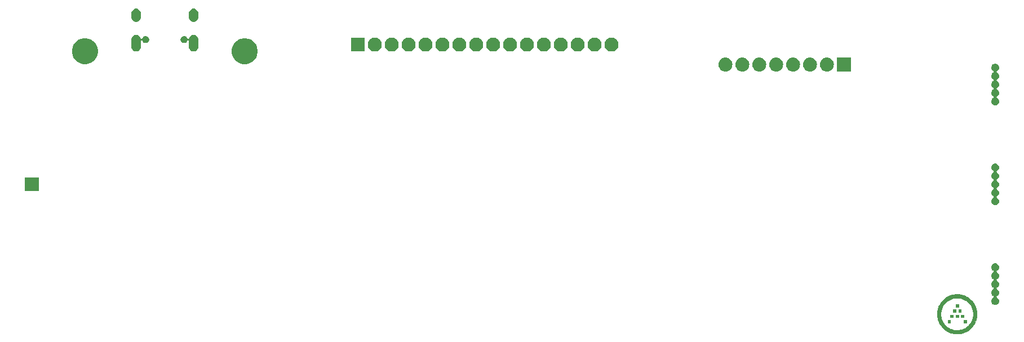
<source format=gbs>
G04 #@! TF.GenerationSoftware,KiCad,Pcbnew,(5.0.2)-1*
G04 #@! TF.CreationDate,2019-03-13T04:20:17-07:00*
G04 #@! TF.ProjectId,ssk-controller,73736b2d-636f-46e7-9472-6f6c6c65722e,rev?*
G04 #@! TF.SameCoordinates,Original*
G04 #@! TF.FileFunction,Soldermask,Bot*
G04 #@! TF.FilePolarity,Negative*
%FSLAX46Y46*%
G04 Gerber Fmt 4.6, Leading zero omitted, Abs format (unit mm)*
G04 Created by KiCad (PCBNEW (5.0.2)-1) date 3/13/2019 4:20:17 AM*
%MOMM*%
%LPD*%
G01*
G04 APERTURE LIST*
%ADD10C,0.010000*%
%ADD11C,0.100000*%
G04 APERTURE END LIST*
D10*
G04 #@! TO.C,G\002A\002A\002A*
G36*
X233809500Y-93420500D02*
X234214312Y-93420500D01*
X234214312Y-93015688D01*
X233809500Y-93015688D01*
X233809500Y-93420500D01*
X233809500Y-93420500D01*
G37*
X233809500Y-93420500D02*
X234214312Y-93420500D01*
X234214312Y-93015688D01*
X233809500Y-93015688D01*
X233809500Y-93420500D01*
G36*
X233404687Y-94206313D02*
X233809500Y-94206313D01*
X233809500Y-93825313D01*
X233404687Y-93825313D01*
X233404687Y-94206313D01*
X233404687Y-94206313D01*
G37*
X233404687Y-94206313D02*
X233809500Y-94206313D01*
X233809500Y-93825313D01*
X233404687Y-93825313D01*
X233404687Y-94206313D01*
G36*
X234214312Y-94206313D02*
X234595312Y-94206313D01*
X234595312Y-93825313D01*
X234214312Y-93825313D01*
X234214312Y-94206313D01*
X234214312Y-94206313D01*
G37*
X234214312Y-94206313D02*
X234595312Y-94206313D01*
X234595312Y-93825313D01*
X234214312Y-93825313D01*
X234214312Y-94206313D01*
G36*
X233023687Y-95015938D02*
X233404687Y-95015938D01*
X233404687Y-94611125D01*
X233023687Y-94611125D01*
X233023687Y-95015938D01*
X233023687Y-95015938D01*
G37*
X233023687Y-95015938D02*
X233404687Y-95015938D01*
X233404687Y-94611125D01*
X233023687Y-94611125D01*
X233023687Y-95015938D01*
G36*
X233809500Y-95015938D02*
X234214312Y-95015938D01*
X234214312Y-94611125D01*
X233809500Y-94611125D01*
X233809500Y-95015938D01*
X233809500Y-95015938D01*
G37*
X233809500Y-95015938D02*
X234214312Y-95015938D01*
X234214312Y-94611125D01*
X233809500Y-94611125D01*
X233809500Y-95015938D01*
G36*
X234595312Y-95015938D02*
X235000125Y-95015938D01*
X235000125Y-94611125D01*
X234595312Y-94611125D01*
X234595312Y-95015938D01*
X234595312Y-95015938D01*
G37*
X234595312Y-95015938D02*
X235000125Y-95015938D01*
X235000125Y-94611125D01*
X234595312Y-94611125D01*
X234595312Y-95015938D01*
G36*
X232618875Y-95801750D02*
X233023687Y-95801750D01*
X233023687Y-95396938D01*
X232618875Y-95396938D01*
X232618875Y-95801750D01*
X232618875Y-95801750D01*
G37*
X232618875Y-95801750D02*
X233023687Y-95801750D01*
X233023687Y-95396938D01*
X232618875Y-95396938D01*
X232618875Y-95801750D01*
G36*
X235000125Y-95801750D02*
X235404937Y-95801750D01*
X235404937Y-95396938D01*
X235000125Y-95396938D01*
X235000125Y-95801750D01*
X235000125Y-95801750D01*
G37*
X235000125Y-95801750D02*
X235404937Y-95801750D01*
X235404937Y-95396938D01*
X235000125Y-95396938D01*
X235000125Y-95801750D01*
G36*
X233996031Y-91528045D02*
X233871913Y-91529415D01*
X233760201Y-91533572D01*
X233657608Y-91540919D01*
X233560844Y-91551860D01*
X233466622Y-91566798D01*
X233371653Y-91586137D01*
X233272649Y-91610281D01*
X233227370Y-91622418D01*
X233018823Y-91687656D01*
X232816735Y-91766992D01*
X232621872Y-91860028D01*
X232435001Y-91966368D01*
X232256886Y-92085616D01*
X232104740Y-92203617D01*
X231947072Y-92344342D01*
X231799735Y-92495787D01*
X231663414Y-92656885D01*
X231538792Y-92826567D01*
X231426553Y-93003766D01*
X231327380Y-93187416D01*
X231241958Y-93376447D01*
X231170970Y-93569793D01*
X231122216Y-93737803D01*
X231089145Y-93877789D01*
X231063785Y-94009725D01*
X231045393Y-94138997D01*
X231033225Y-94270993D01*
X231026539Y-94411100D01*
X231025886Y-94436500D01*
X231028605Y-94654797D01*
X231046800Y-94869580D01*
X231080465Y-95080821D01*
X231129594Y-95288489D01*
X231194181Y-95492555D01*
X231258378Y-95656487D01*
X231286461Y-95721752D01*
X231310523Y-95775910D01*
X231332392Y-95822613D01*
X231353893Y-95865513D01*
X231376854Y-95908263D01*
X231403100Y-95954515D01*
X231432225Y-96004156D01*
X231551444Y-96190427D01*
X231681548Y-96365153D01*
X231822671Y-96528465D01*
X231974945Y-96680496D01*
X232138503Y-96821380D01*
X232313476Y-96951248D01*
X232495844Y-97067775D01*
X232548673Y-97098744D01*
X232594586Y-97124721D01*
X232637235Y-97147531D01*
X232680272Y-97169001D01*
X232727349Y-97190957D01*
X232782119Y-97215225D01*
X232843513Y-97241622D01*
X232939746Y-97281169D01*
X233028464Y-97314208D01*
X233115578Y-97342695D01*
X233207002Y-97368589D01*
X233289594Y-97389322D01*
X233454110Y-97424876D01*
X233611205Y-97450553D01*
X233765433Y-97466893D01*
X233921351Y-97474436D01*
X234011906Y-97475013D01*
X234063125Y-97474498D01*
X234111246Y-97473793D01*
X234153126Y-97472960D01*
X234185622Y-97472063D01*
X234205590Y-97471165D01*
X234206375Y-97471109D01*
X234422549Y-97447157D01*
X234635306Y-97408170D01*
X234843787Y-97354467D01*
X235047132Y-97286363D01*
X235244484Y-97204176D01*
X235434982Y-97108225D01*
X235617768Y-96998826D01*
X235768724Y-96893796D01*
X235941651Y-96755449D01*
X236102335Y-96607088D01*
X236250549Y-96449039D01*
X236386071Y-96281632D01*
X236508676Y-96105194D01*
X236618139Y-95920052D01*
X236714237Y-95726535D01*
X236796744Y-95524971D01*
X236865437Y-95315688D01*
X236877582Y-95272630D01*
X236903948Y-95170835D01*
X236925333Y-95074511D01*
X236942141Y-94980367D01*
X236954775Y-94885117D01*
X236963640Y-94785470D01*
X236969138Y-94678140D01*
X236971674Y-94559836D01*
X236971955Y-94503969D01*
X236971280Y-94448608D01*
X236439206Y-94448608D01*
X236439103Y-94528746D01*
X236437437Y-94608410D01*
X236434241Y-94683537D01*
X236429544Y-94750060D01*
X236425824Y-94785750D01*
X236393950Y-94983048D01*
X236347299Y-95174663D01*
X236286049Y-95360222D01*
X236210381Y-95539349D01*
X236120473Y-95711669D01*
X236016506Y-95876809D01*
X235898659Y-96034393D01*
X235767112Y-96184047D01*
X235744776Y-96207260D01*
X235610542Y-96334334D01*
X235464840Y-96452270D01*
X235310369Y-96559090D01*
X235149831Y-96652816D01*
X235104042Y-96676504D01*
X235029634Y-96713153D01*
X234964393Y-96743372D01*
X234903896Y-96768940D01*
X234843722Y-96791634D01*
X234779449Y-96813233D01*
X234714375Y-96833227D01*
X234525162Y-96882640D01*
X234339411Y-96917091D01*
X234155673Y-96936714D01*
X233972497Y-96941642D01*
X233788436Y-96932011D01*
X233721894Y-96925031D01*
X233534562Y-96896087D01*
X233354981Y-96854278D01*
X233180643Y-96798854D01*
X233009041Y-96729064D01*
X232912084Y-96682866D01*
X232741452Y-96589447D01*
X232582036Y-96485712D01*
X232433078Y-96370974D01*
X232293821Y-96244550D01*
X232163506Y-96105754D01*
X232041376Y-95953903D01*
X231933108Y-95798259D01*
X231907982Y-95757068D01*
X231878659Y-95704940D01*
X231846959Y-95645496D01*
X231814701Y-95582356D01*
X231783707Y-95519140D01*
X231755794Y-95459467D01*
X231732785Y-95406957D01*
X231719347Y-95373125D01*
X231656480Y-95181584D01*
X231609084Y-94988845D01*
X231577200Y-94795450D01*
X231560870Y-94601940D01*
X231560132Y-94408857D01*
X231575028Y-94216742D01*
X231605598Y-94026136D01*
X231615401Y-93980094D01*
X231649050Y-93843801D01*
X231687358Y-93717618D01*
X231732296Y-93596007D01*
X231785837Y-93473432D01*
X231823496Y-93395958D01*
X231917201Y-93227110D01*
X232024026Y-93066673D01*
X232143202Y-92915368D01*
X232273963Y-92773914D01*
X232415540Y-92643031D01*
X232567166Y-92523440D01*
X232728073Y-92415860D01*
X232897493Y-92321011D01*
X233041675Y-92253480D01*
X233213303Y-92187085D01*
X233385857Y-92135087D01*
X233561344Y-92097078D01*
X233741774Y-92072651D01*
X233929155Y-92061397D01*
X233992062Y-92060507D01*
X234190157Y-92066877D01*
X234381785Y-92087522D01*
X234567719Y-92122673D01*
X234748735Y-92172567D01*
X234925606Y-92237435D01*
X235099106Y-92317513D01*
X235270009Y-92413035D01*
X235370706Y-92477244D01*
X235510139Y-92578772D01*
X235644337Y-92693278D01*
X235771659Y-92818839D01*
X235890465Y-92953531D01*
X235999114Y-93095431D01*
X236095965Y-93242615D01*
X236179378Y-93393161D01*
X236214174Y-93466080D01*
X236275577Y-93610939D01*
X236325808Y-93750178D01*
X236366065Y-93888126D01*
X236397544Y-94029114D01*
X236421444Y-94177471D01*
X236429845Y-94246000D01*
X236434608Y-94303170D01*
X236437718Y-94372061D01*
X236439206Y-94448608D01*
X236971280Y-94448608D01*
X236970210Y-94360973D01*
X236964336Y-94230106D01*
X236953762Y-94108025D01*
X236937915Y-93991385D01*
X236916223Y-93876844D01*
X236888113Y-93761059D01*
X236853014Y-93640687D01*
X236810353Y-93512384D01*
X236794659Y-93468125D01*
X236716274Y-93273406D01*
X236623434Y-93085072D01*
X236516328Y-92903385D01*
X236395148Y-92728608D01*
X236260083Y-92561003D01*
X236111326Y-92400833D01*
X235949067Y-92248360D01*
X235842229Y-92158179D01*
X235756400Y-92092686D01*
X235658861Y-92025360D01*
X235553252Y-91958412D01*
X235443214Y-91894055D01*
X235332387Y-91834500D01*
X235224411Y-91781958D01*
X235218406Y-91779215D01*
X235148446Y-91749342D01*
X235067265Y-91717956D01*
X234979233Y-91686536D01*
X234888721Y-91656562D01*
X234800099Y-91629511D01*
X234717736Y-91606864D01*
X234685850Y-91598971D01*
X234592625Y-91578203D01*
X234503651Y-91561543D01*
X234415647Y-91548652D01*
X234325331Y-91539195D01*
X234229422Y-91532832D01*
X234124640Y-91529228D01*
X234007705Y-91528044D01*
X233996031Y-91528045D01*
X233996031Y-91528045D01*
G37*
X233996031Y-91528045D02*
X233871913Y-91529415D01*
X233760201Y-91533572D01*
X233657608Y-91540919D01*
X233560844Y-91551860D01*
X233466622Y-91566798D01*
X233371653Y-91586137D01*
X233272649Y-91610281D01*
X233227370Y-91622418D01*
X233018823Y-91687656D01*
X232816735Y-91766992D01*
X232621872Y-91860028D01*
X232435001Y-91966368D01*
X232256886Y-92085616D01*
X232104740Y-92203617D01*
X231947072Y-92344342D01*
X231799735Y-92495787D01*
X231663414Y-92656885D01*
X231538792Y-92826567D01*
X231426553Y-93003766D01*
X231327380Y-93187416D01*
X231241958Y-93376447D01*
X231170970Y-93569793D01*
X231122216Y-93737803D01*
X231089145Y-93877789D01*
X231063785Y-94009725D01*
X231045393Y-94138997D01*
X231033225Y-94270993D01*
X231026539Y-94411100D01*
X231025886Y-94436500D01*
X231028605Y-94654797D01*
X231046800Y-94869580D01*
X231080465Y-95080821D01*
X231129594Y-95288489D01*
X231194181Y-95492555D01*
X231258378Y-95656487D01*
X231286461Y-95721752D01*
X231310523Y-95775910D01*
X231332392Y-95822613D01*
X231353893Y-95865513D01*
X231376854Y-95908263D01*
X231403100Y-95954515D01*
X231432225Y-96004156D01*
X231551444Y-96190427D01*
X231681548Y-96365153D01*
X231822671Y-96528465D01*
X231974945Y-96680496D01*
X232138503Y-96821380D01*
X232313476Y-96951248D01*
X232495844Y-97067775D01*
X232548673Y-97098744D01*
X232594586Y-97124721D01*
X232637235Y-97147531D01*
X232680272Y-97169001D01*
X232727349Y-97190957D01*
X232782119Y-97215225D01*
X232843513Y-97241622D01*
X232939746Y-97281169D01*
X233028464Y-97314208D01*
X233115578Y-97342695D01*
X233207002Y-97368589D01*
X233289594Y-97389322D01*
X233454110Y-97424876D01*
X233611205Y-97450553D01*
X233765433Y-97466893D01*
X233921351Y-97474436D01*
X234011906Y-97475013D01*
X234063125Y-97474498D01*
X234111246Y-97473793D01*
X234153126Y-97472960D01*
X234185622Y-97472063D01*
X234205590Y-97471165D01*
X234206375Y-97471109D01*
X234422549Y-97447157D01*
X234635306Y-97408170D01*
X234843787Y-97354467D01*
X235047132Y-97286363D01*
X235244484Y-97204176D01*
X235434982Y-97108225D01*
X235617768Y-96998826D01*
X235768724Y-96893796D01*
X235941651Y-96755449D01*
X236102335Y-96607088D01*
X236250549Y-96449039D01*
X236386071Y-96281632D01*
X236508676Y-96105194D01*
X236618139Y-95920052D01*
X236714237Y-95726535D01*
X236796744Y-95524971D01*
X236865437Y-95315688D01*
X236877582Y-95272630D01*
X236903948Y-95170835D01*
X236925333Y-95074511D01*
X236942141Y-94980367D01*
X236954775Y-94885117D01*
X236963640Y-94785470D01*
X236969138Y-94678140D01*
X236971674Y-94559836D01*
X236971955Y-94503969D01*
X236971280Y-94448608D01*
X236439206Y-94448608D01*
X236439103Y-94528746D01*
X236437437Y-94608410D01*
X236434241Y-94683537D01*
X236429544Y-94750060D01*
X236425824Y-94785750D01*
X236393950Y-94983048D01*
X236347299Y-95174663D01*
X236286049Y-95360222D01*
X236210381Y-95539349D01*
X236120473Y-95711669D01*
X236016506Y-95876809D01*
X235898659Y-96034393D01*
X235767112Y-96184047D01*
X235744776Y-96207260D01*
X235610542Y-96334334D01*
X235464840Y-96452270D01*
X235310369Y-96559090D01*
X235149831Y-96652816D01*
X235104042Y-96676504D01*
X235029634Y-96713153D01*
X234964393Y-96743372D01*
X234903896Y-96768940D01*
X234843722Y-96791634D01*
X234779449Y-96813233D01*
X234714375Y-96833227D01*
X234525162Y-96882640D01*
X234339411Y-96917091D01*
X234155673Y-96936714D01*
X233972497Y-96941642D01*
X233788436Y-96932011D01*
X233721894Y-96925031D01*
X233534562Y-96896087D01*
X233354981Y-96854278D01*
X233180643Y-96798854D01*
X233009041Y-96729064D01*
X232912084Y-96682866D01*
X232741452Y-96589447D01*
X232582036Y-96485712D01*
X232433078Y-96370974D01*
X232293821Y-96244550D01*
X232163506Y-96105754D01*
X232041376Y-95953903D01*
X231933108Y-95798259D01*
X231907982Y-95757068D01*
X231878659Y-95704940D01*
X231846959Y-95645496D01*
X231814701Y-95582356D01*
X231783707Y-95519140D01*
X231755794Y-95459467D01*
X231732785Y-95406957D01*
X231719347Y-95373125D01*
X231656480Y-95181584D01*
X231609084Y-94988845D01*
X231577200Y-94795450D01*
X231560870Y-94601940D01*
X231560132Y-94408857D01*
X231575028Y-94216742D01*
X231605598Y-94026136D01*
X231615401Y-93980094D01*
X231649050Y-93843801D01*
X231687358Y-93717618D01*
X231732296Y-93596007D01*
X231785837Y-93473432D01*
X231823496Y-93395958D01*
X231917201Y-93227110D01*
X232024026Y-93066673D01*
X232143202Y-92915368D01*
X232273963Y-92773914D01*
X232415540Y-92643031D01*
X232567166Y-92523440D01*
X232728073Y-92415860D01*
X232897493Y-92321011D01*
X233041675Y-92253480D01*
X233213303Y-92187085D01*
X233385857Y-92135087D01*
X233561344Y-92097078D01*
X233741774Y-92072651D01*
X233929155Y-92061397D01*
X233992062Y-92060507D01*
X234190157Y-92066877D01*
X234381785Y-92087522D01*
X234567719Y-92122673D01*
X234748735Y-92172567D01*
X234925606Y-92237435D01*
X235099106Y-92317513D01*
X235270009Y-92413035D01*
X235370706Y-92477244D01*
X235510139Y-92578772D01*
X235644337Y-92693278D01*
X235771659Y-92818839D01*
X235890465Y-92953531D01*
X235999114Y-93095431D01*
X236095965Y-93242615D01*
X236179378Y-93393161D01*
X236214174Y-93466080D01*
X236275577Y-93610939D01*
X236325808Y-93750178D01*
X236366065Y-93888126D01*
X236397544Y-94029114D01*
X236421444Y-94177471D01*
X236429845Y-94246000D01*
X236434608Y-94303170D01*
X236437718Y-94372061D01*
X236439206Y-94448608D01*
X236971280Y-94448608D01*
X236970210Y-94360973D01*
X236964336Y-94230106D01*
X236953762Y-94108025D01*
X236937915Y-93991385D01*
X236916223Y-93876844D01*
X236888113Y-93761059D01*
X236853014Y-93640687D01*
X236810353Y-93512384D01*
X236794659Y-93468125D01*
X236716274Y-93273406D01*
X236623434Y-93085072D01*
X236516328Y-92903385D01*
X236395148Y-92728608D01*
X236260083Y-92561003D01*
X236111326Y-92400833D01*
X235949067Y-92248360D01*
X235842229Y-92158179D01*
X235756400Y-92092686D01*
X235658861Y-92025360D01*
X235553252Y-91958412D01*
X235443214Y-91894055D01*
X235332387Y-91834500D01*
X235224411Y-91781958D01*
X235218406Y-91779215D01*
X235148446Y-91749342D01*
X235067265Y-91717956D01*
X234979233Y-91686536D01*
X234888721Y-91656562D01*
X234800099Y-91629511D01*
X234717736Y-91606864D01*
X234685850Y-91598971D01*
X234592625Y-91578203D01*
X234503651Y-91561543D01*
X234415647Y-91548652D01*
X234325331Y-91539195D01*
X234229422Y-91532832D01*
X234124640Y-91529228D01*
X234007705Y-91528044D01*
X233996031Y-91528045D01*
D11*
G36*
X239919176Y-86889115D02*
X240027223Y-86933870D01*
X240124462Y-86998843D01*
X240207157Y-87081538D01*
X240272130Y-87178777D01*
X240316885Y-87286824D01*
X240339700Y-87401526D01*
X240339700Y-87518474D01*
X240316885Y-87633176D01*
X240272130Y-87741223D01*
X240207157Y-87838462D01*
X240124462Y-87921157D01*
X240027223Y-87986130D01*
X240027218Y-87986132D01*
X240019834Y-87991066D01*
X240000891Y-88006612D01*
X239985346Y-88025554D01*
X239973795Y-88047165D01*
X239966682Y-88070614D01*
X239964280Y-88095000D01*
X239966682Y-88119387D01*
X239973795Y-88142836D01*
X239985346Y-88164446D01*
X240000892Y-88183389D01*
X240019834Y-88198934D01*
X240027218Y-88203868D01*
X240027223Y-88203870D01*
X240124462Y-88268843D01*
X240207157Y-88351538D01*
X240272130Y-88448777D01*
X240316885Y-88556824D01*
X240339700Y-88671526D01*
X240339700Y-88788474D01*
X240316885Y-88903176D01*
X240272130Y-89011223D01*
X240207157Y-89108462D01*
X240124462Y-89191157D01*
X240027223Y-89256130D01*
X240027218Y-89256132D01*
X240019834Y-89261066D01*
X240000891Y-89276612D01*
X239985346Y-89295554D01*
X239973795Y-89317165D01*
X239966682Y-89340614D01*
X239964280Y-89365000D01*
X239966682Y-89389387D01*
X239973795Y-89412836D01*
X239985346Y-89434446D01*
X240000892Y-89453389D01*
X240019834Y-89468934D01*
X240027218Y-89473868D01*
X240027223Y-89473870D01*
X240124462Y-89538843D01*
X240207157Y-89621538D01*
X240272130Y-89718777D01*
X240316885Y-89826824D01*
X240339700Y-89941526D01*
X240339700Y-90058474D01*
X240316885Y-90173176D01*
X240272130Y-90281223D01*
X240207157Y-90378462D01*
X240124462Y-90461157D01*
X240027223Y-90526130D01*
X240027218Y-90526132D01*
X240019834Y-90531066D01*
X240000891Y-90546612D01*
X239985346Y-90565554D01*
X239973795Y-90587165D01*
X239966682Y-90610614D01*
X239964280Y-90635000D01*
X239966682Y-90659387D01*
X239973795Y-90682836D01*
X239985346Y-90704446D01*
X240000892Y-90723389D01*
X240019834Y-90738934D01*
X240027218Y-90743868D01*
X240027223Y-90743870D01*
X240124462Y-90808843D01*
X240207157Y-90891538D01*
X240272130Y-90988777D01*
X240316885Y-91096824D01*
X240339700Y-91211526D01*
X240339700Y-91328474D01*
X240316885Y-91443176D01*
X240272130Y-91551223D01*
X240207157Y-91648462D01*
X240124462Y-91731157D01*
X240027223Y-91796130D01*
X240027218Y-91796132D01*
X240019834Y-91801066D01*
X240000891Y-91816612D01*
X239985346Y-91835554D01*
X239973795Y-91857165D01*
X239966682Y-91880614D01*
X239964280Y-91905000D01*
X239966682Y-91929387D01*
X239973795Y-91952836D01*
X239985346Y-91974446D01*
X240000892Y-91993389D01*
X240019834Y-92008934D01*
X240027218Y-92013868D01*
X240027223Y-92013870D01*
X240124462Y-92078843D01*
X240207157Y-92161538D01*
X240272130Y-92258777D01*
X240316885Y-92366824D01*
X240339700Y-92481526D01*
X240339700Y-92598474D01*
X240316885Y-92713176D01*
X240272130Y-92821223D01*
X240207157Y-92918462D01*
X240124462Y-93001157D01*
X240027223Y-93066130D01*
X239919176Y-93110885D01*
X239804474Y-93133700D01*
X239687526Y-93133700D01*
X239572824Y-93110885D01*
X239464777Y-93066130D01*
X239367538Y-93001157D01*
X239284843Y-92918462D01*
X239219870Y-92821223D01*
X239175115Y-92713176D01*
X239152300Y-92598474D01*
X239152300Y-92481526D01*
X239175115Y-92366824D01*
X239219870Y-92258777D01*
X239284843Y-92161538D01*
X239367538Y-92078843D01*
X239464777Y-92013870D01*
X239464782Y-92013868D01*
X239472166Y-92008934D01*
X239491109Y-91993388D01*
X239506654Y-91974446D01*
X239518205Y-91952835D01*
X239525318Y-91929386D01*
X239527720Y-91905000D01*
X239525318Y-91880613D01*
X239518205Y-91857164D01*
X239506654Y-91835554D01*
X239491108Y-91816611D01*
X239472166Y-91801066D01*
X239464782Y-91796132D01*
X239464777Y-91796130D01*
X239367538Y-91731157D01*
X239284843Y-91648462D01*
X239219870Y-91551223D01*
X239175115Y-91443176D01*
X239152300Y-91328474D01*
X239152300Y-91211526D01*
X239175115Y-91096824D01*
X239219870Y-90988777D01*
X239284843Y-90891538D01*
X239367538Y-90808843D01*
X239464777Y-90743870D01*
X239464782Y-90743868D01*
X239472166Y-90738934D01*
X239491109Y-90723388D01*
X239506654Y-90704446D01*
X239518205Y-90682835D01*
X239525318Y-90659386D01*
X239527720Y-90635000D01*
X239525318Y-90610613D01*
X239518205Y-90587164D01*
X239506654Y-90565554D01*
X239491108Y-90546611D01*
X239472166Y-90531066D01*
X239464782Y-90526132D01*
X239464777Y-90526130D01*
X239367538Y-90461157D01*
X239284843Y-90378462D01*
X239219870Y-90281223D01*
X239175115Y-90173176D01*
X239152300Y-90058474D01*
X239152300Y-89941526D01*
X239175115Y-89826824D01*
X239219870Y-89718777D01*
X239284843Y-89621538D01*
X239367538Y-89538843D01*
X239464777Y-89473870D01*
X239464782Y-89473868D01*
X239472166Y-89468934D01*
X239491109Y-89453388D01*
X239506654Y-89434446D01*
X239518205Y-89412835D01*
X239525318Y-89389386D01*
X239527720Y-89365000D01*
X239525318Y-89340613D01*
X239518205Y-89317164D01*
X239506654Y-89295554D01*
X239491108Y-89276611D01*
X239472166Y-89261066D01*
X239464782Y-89256132D01*
X239464777Y-89256130D01*
X239367538Y-89191157D01*
X239284843Y-89108462D01*
X239219870Y-89011223D01*
X239175115Y-88903176D01*
X239152300Y-88788474D01*
X239152300Y-88671526D01*
X239175115Y-88556824D01*
X239219870Y-88448777D01*
X239284843Y-88351538D01*
X239367538Y-88268843D01*
X239464777Y-88203870D01*
X239464782Y-88203868D01*
X239472166Y-88198934D01*
X239491109Y-88183388D01*
X239506654Y-88164446D01*
X239518205Y-88142835D01*
X239525318Y-88119386D01*
X239527720Y-88095000D01*
X239525318Y-88070613D01*
X239518205Y-88047164D01*
X239506654Y-88025554D01*
X239491108Y-88006611D01*
X239472166Y-87991066D01*
X239464782Y-87986132D01*
X239464777Y-87986130D01*
X239367538Y-87921157D01*
X239284843Y-87838462D01*
X239219870Y-87741223D01*
X239175115Y-87633176D01*
X239152300Y-87518474D01*
X239152300Y-87401526D01*
X239175115Y-87286824D01*
X239219870Y-87178777D01*
X239284843Y-87081538D01*
X239367538Y-86998843D01*
X239464777Y-86933870D01*
X239572824Y-86889115D01*
X239687526Y-86866300D01*
X239804474Y-86866300D01*
X239919176Y-86889115D01*
X239919176Y-86889115D01*
G37*
G36*
X239919176Y-71889115D02*
X240027223Y-71933870D01*
X240124462Y-71998843D01*
X240207157Y-72081538D01*
X240272130Y-72178777D01*
X240316885Y-72286824D01*
X240339700Y-72401526D01*
X240339700Y-72518474D01*
X240316885Y-72633176D01*
X240272130Y-72741223D01*
X240207157Y-72838462D01*
X240124462Y-72921157D01*
X240027223Y-72986130D01*
X240027218Y-72986132D01*
X240019834Y-72991066D01*
X240000891Y-73006612D01*
X239985346Y-73025554D01*
X239973795Y-73047165D01*
X239966682Y-73070614D01*
X239964280Y-73095000D01*
X239966682Y-73119387D01*
X239973795Y-73142836D01*
X239985346Y-73164446D01*
X240000892Y-73183389D01*
X240019834Y-73198934D01*
X240027218Y-73203868D01*
X240027223Y-73203870D01*
X240124462Y-73268843D01*
X240207157Y-73351538D01*
X240272130Y-73448777D01*
X240316885Y-73556824D01*
X240339700Y-73671526D01*
X240339700Y-73788474D01*
X240316885Y-73903176D01*
X240272130Y-74011223D01*
X240207157Y-74108462D01*
X240124462Y-74191157D01*
X240027223Y-74256130D01*
X240027218Y-74256132D01*
X240019834Y-74261066D01*
X240000891Y-74276612D01*
X239985346Y-74295554D01*
X239973795Y-74317165D01*
X239966682Y-74340614D01*
X239964280Y-74365000D01*
X239966682Y-74389387D01*
X239973795Y-74412836D01*
X239985346Y-74434446D01*
X240000892Y-74453389D01*
X240019834Y-74468934D01*
X240027218Y-74473868D01*
X240027223Y-74473870D01*
X240124462Y-74538843D01*
X240207157Y-74621538D01*
X240272130Y-74718777D01*
X240316885Y-74826824D01*
X240339700Y-74941526D01*
X240339700Y-75058474D01*
X240316885Y-75173176D01*
X240272130Y-75281223D01*
X240207157Y-75378462D01*
X240124462Y-75461157D01*
X240027223Y-75526130D01*
X240027218Y-75526132D01*
X240019834Y-75531066D01*
X240000891Y-75546612D01*
X239985346Y-75565554D01*
X239973795Y-75587165D01*
X239966682Y-75610614D01*
X239964280Y-75635000D01*
X239966682Y-75659387D01*
X239973795Y-75682836D01*
X239985346Y-75704446D01*
X240000892Y-75723389D01*
X240019834Y-75738934D01*
X240027218Y-75743868D01*
X240027223Y-75743870D01*
X240124462Y-75808843D01*
X240207157Y-75891538D01*
X240272130Y-75988777D01*
X240316885Y-76096824D01*
X240339700Y-76211526D01*
X240339700Y-76328474D01*
X240316885Y-76443176D01*
X240272130Y-76551223D01*
X240207157Y-76648462D01*
X240124462Y-76731157D01*
X240027223Y-76796130D01*
X240027218Y-76796132D01*
X240019834Y-76801066D01*
X240000891Y-76816612D01*
X239985346Y-76835554D01*
X239973795Y-76857165D01*
X239966682Y-76880614D01*
X239964280Y-76905000D01*
X239966682Y-76929387D01*
X239973795Y-76952836D01*
X239985346Y-76974446D01*
X240000892Y-76993389D01*
X240019834Y-77008934D01*
X240027218Y-77013868D01*
X240027223Y-77013870D01*
X240124462Y-77078843D01*
X240207157Y-77161538D01*
X240272130Y-77258777D01*
X240316885Y-77366824D01*
X240339700Y-77481526D01*
X240339700Y-77598474D01*
X240316885Y-77713176D01*
X240272130Y-77821223D01*
X240207157Y-77918462D01*
X240124462Y-78001157D01*
X240027223Y-78066130D01*
X239919176Y-78110885D01*
X239804474Y-78133700D01*
X239687526Y-78133700D01*
X239572824Y-78110885D01*
X239464777Y-78066130D01*
X239367538Y-78001157D01*
X239284843Y-77918462D01*
X239219870Y-77821223D01*
X239175115Y-77713176D01*
X239152300Y-77598474D01*
X239152300Y-77481526D01*
X239175115Y-77366824D01*
X239219870Y-77258777D01*
X239284843Y-77161538D01*
X239367538Y-77078843D01*
X239464777Y-77013870D01*
X239464782Y-77013868D01*
X239472166Y-77008934D01*
X239491109Y-76993388D01*
X239506654Y-76974446D01*
X239518205Y-76952835D01*
X239525318Y-76929386D01*
X239527720Y-76905000D01*
X239525318Y-76880613D01*
X239518205Y-76857164D01*
X239506654Y-76835554D01*
X239491108Y-76816611D01*
X239472166Y-76801066D01*
X239464782Y-76796132D01*
X239464777Y-76796130D01*
X239367538Y-76731157D01*
X239284843Y-76648462D01*
X239219870Y-76551223D01*
X239175115Y-76443176D01*
X239152300Y-76328474D01*
X239152300Y-76211526D01*
X239175115Y-76096824D01*
X239219870Y-75988777D01*
X239284843Y-75891538D01*
X239367538Y-75808843D01*
X239464777Y-75743870D01*
X239464782Y-75743868D01*
X239472166Y-75738934D01*
X239491109Y-75723388D01*
X239506654Y-75704446D01*
X239518205Y-75682835D01*
X239525318Y-75659386D01*
X239527720Y-75635000D01*
X239525318Y-75610613D01*
X239518205Y-75587164D01*
X239506654Y-75565554D01*
X239491108Y-75546611D01*
X239472166Y-75531066D01*
X239464782Y-75526132D01*
X239464777Y-75526130D01*
X239367538Y-75461157D01*
X239284843Y-75378462D01*
X239219870Y-75281223D01*
X239175115Y-75173176D01*
X239152300Y-75058474D01*
X239152300Y-74941526D01*
X239175115Y-74826824D01*
X239219870Y-74718777D01*
X239284843Y-74621538D01*
X239367538Y-74538843D01*
X239464777Y-74473870D01*
X239464782Y-74473868D01*
X239472166Y-74468934D01*
X239491109Y-74453388D01*
X239506654Y-74434446D01*
X239518205Y-74412835D01*
X239525318Y-74389386D01*
X239527720Y-74365000D01*
X239525318Y-74340613D01*
X239518205Y-74317164D01*
X239506654Y-74295554D01*
X239491108Y-74276611D01*
X239472166Y-74261066D01*
X239464782Y-74256132D01*
X239464777Y-74256130D01*
X239367538Y-74191157D01*
X239284843Y-74108462D01*
X239219870Y-74011223D01*
X239175115Y-73903176D01*
X239152300Y-73788474D01*
X239152300Y-73671526D01*
X239175115Y-73556824D01*
X239219870Y-73448777D01*
X239284843Y-73351538D01*
X239367538Y-73268843D01*
X239464777Y-73203870D01*
X239464782Y-73203868D01*
X239472166Y-73198934D01*
X239491109Y-73183388D01*
X239506654Y-73164446D01*
X239518205Y-73142835D01*
X239525318Y-73119386D01*
X239527720Y-73095000D01*
X239525318Y-73070613D01*
X239518205Y-73047164D01*
X239506654Y-73025554D01*
X239491108Y-73006611D01*
X239472166Y-72991066D01*
X239464782Y-72986132D01*
X239464777Y-72986130D01*
X239367538Y-72921157D01*
X239284843Y-72838462D01*
X239219870Y-72741223D01*
X239175115Y-72633176D01*
X239152300Y-72518474D01*
X239152300Y-72401526D01*
X239175115Y-72286824D01*
X239219870Y-72178777D01*
X239284843Y-72081538D01*
X239367538Y-71998843D01*
X239464777Y-71933870D01*
X239572824Y-71889115D01*
X239687526Y-71866300D01*
X239804474Y-71866300D01*
X239919176Y-71889115D01*
X239919176Y-71889115D01*
G37*
G36*
X96050000Y-76050000D02*
X93950000Y-76050000D01*
X93950000Y-73950000D01*
X96050000Y-73950000D01*
X96050000Y-76050000D01*
X96050000Y-76050000D01*
G37*
G36*
X239919176Y-56889115D02*
X240027223Y-56933870D01*
X240124462Y-56998843D01*
X240207157Y-57081538D01*
X240272130Y-57178777D01*
X240316885Y-57286824D01*
X240339700Y-57401526D01*
X240339700Y-57518474D01*
X240316885Y-57633176D01*
X240272130Y-57741223D01*
X240207157Y-57838462D01*
X240124462Y-57921157D01*
X240027223Y-57986130D01*
X240027218Y-57986132D01*
X240019834Y-57991066D01*
X240000891Y-58006612D01*
X239985346Y-58025554D01*
X239973795Y-58047165D01*
X239966682Y-58070614D01*
X239964280Y-58095000D01*
X239966682Y-58119387D01*
X239973795Y-58142836D01*
X239985346Y-58164446D01*
X240000892Y-58183389D01*
X240019834Y-58198934D01*
X240027218Y-58203868D01*
X240027223Y-58203870D01*
X240124462Y-58268843D01*
X240207157Y-58351538D01*
X240272130Y-58448777D01*
X240316885Y-58556824D01*
X240339700Y-58671526D01*
X240339700Y-58788474D01*
X240316885Y-58903176D01*
X240272130Y-59011223D01*
X240207157Y-59108462D01*
X240124462Y-59191157D01*
X240027223Y-59256130D01*
X240027218Y-59256132D01*
X240019834Y-59261066D01*
X240000891Y-59276612D01*
X239985346Y-59295554D01*
X239973795Y-59317165D01*
X239966682Y-59340614D01*
X239964280Y-59365000D01*
X239966682Y-59389387D01*
X239973795Y-59412836D01*
X239985346Y-59434446D01*
X240000892Y-59453389D01*
X240019834Y-59468934D01*
X240027218Y-59473868D01*
X240027223Y-59473870D01*
X240124462Y-59538843D01*
X240207157Y-59621538D01*
X240272130Y-59718777D01*
X240316885Y-59826824D01*
X240339700Y-59941526D01*
X240339700Y-60058474D01*
X240316885Y-60173176D01*
X240272130Y-60281223D01*
X240207157Y-60378462D01*
X240124462Y-60461157D01*
X240027223Y-60526130D01*
X240027218Y-60526132D01*
X240019834Y-60531066D01*
X240000891Y-60546612D01*
X239985346Y-60565554D01*
X239973795Y-60587165D01*
X239966682Y-60610614D01*
X239964280Y-60635000D01*
X239966682Y-60659387D01*
X239973795Y-60682836D01*
X239985346Y-60704446D01*
X240000892Y-60723389D01*
X240019834Y-60738934D01*
X240027218Y-60743868D01*
X240027223Y-60743870D01*
X240124462Y-60808843D01*
X240207157Y-60891538D01*
X240272130Y-60988777D01*
X240316885Y-61096824D01*
X240339700Y-61211526D01*
X240339700Y-61328474D01*
X240316885Y-61443176D01*
X240272130Y-61551223D01*
X240207157Y-61648462D01*
X240124462Y-61731157D01*
X240027223Y-61796130D01*
X240027218Y-61796132D01*
X240019834Y-61801066D01*
X240000891Y-61816612D01*
X239985346Y-61835554D01*
X239973795Y-61857165D01*
X239966682Y-61880614D01*
X239964280Y-61905000D01*
X239966682Y-61929387D01*
X239973795Y-61952836D01*
X239985346Y-61974446D01*
X240000892Y-61993389D01*
X240019834Y-62008934D01*
X240027218Y-62013868D01*
X240027223Y-62013870D01*
X240124462Y-62078843D01*
X240207157Y-62161538D01*
X240272130Y-62258777D01*
X240316885Y-62366824D01*
X240339700Y-62481526D01*
X240339700Y-62598474D01*
X240316885Y-62713176D01*
X240272130Y-62821223D01*
X240207157Y-62918462D01*
X240124462Y-63001157D01*
X240027223Y-63066130D01*
X239919176Y-63110885D01*
X239804474Y-63133700D01*
X239687526Y-63133700D01*
X239572824Y-63110885D01*
X239464777Y-63066130D01*
X239367538Y-63001157D01*
X239284843Y-62918462D01*
X239219870Y-62821223D01*
X239175115Y-62713176D01*
X239152300Y-62598474D01*
X239152300Y-62481526D01*
X239175115Y-62366824D01*
X239219870Y-62258777D01*
X239284843Y-62161538D01*
X239367538Y-62078843D01*
X239464777Y-62013870D01*
X239464782Y-62013868D01*
X239472166Y-62008934D01*
X239491109Y-61993388D01*
X239506654Y-61974446D01*
X239518205Y-61952835D01*
X239525318Y-61929386D01*
X239527720Y-61905000D01*
X239525318Y-61880613D01*
X239518205Y-61857164D01*
X239506654Y-61835554D01*
X239491108Y-61816611D01*
X239472166Y-61801066D01*
X239464782Y-61796132D01*
X239464777Y-61796130D01*
X239367538Y-61731157D01*
X239284843Y-61648462D01*
X239219870Y-61551223D01*
X239175115Y-61443176D01*
X239152300Y-61328474D01*
X239152300Y-61211526D01*
X239175115Y-61096824D01*
X239219870Y-60988777D01*
X239284843Y-60891538D01*
X239367538Y-60808843D01*
X239464777Y-60743870D01*
X239464782Y-60743868D01*
X239472166Y-60738934D01*
X239491109Y-60723388D01*
X239506654Y-60704446D01*
X239518205Y-60682835D01*
X239525318Y-60659386D01*
X239527720Y-60635000D01*
X239525318Y-60610613D01*
X239518205Y-60587164D01*
X239506654Y-60565554D01*
X239491108Y-60546611D01*
X239472166Y-60531066D01*
X239464782Y-60526132D01*
X239464777Y-60526130D01*
X239367538Y-60461157D01*
X239284843Y-60378462D01*
X239219870Y-60281223D01*
X239175115Y-60173176D01*
X239152300Y-60058474D01*
X239152300Y-59941526D01*
X239175115Y-59826824D01*
X239219870Y-59718777D01*
X239284843Y-59621538D01*
X239367538Y-59538843D01*
X239464777Y-59473870D01*
X239464782Y-59473868D01*
X239472166Y-59468934D01*
X239491109Y-59453388D01*
X239506654Y-59434446D01*
X239518205Y-59412835D01*
X239525318Y-59389386D01*
X239527720Y-59365000D01*
X239525318Y-59340613D01*
X239518205Y-59317164D01*
X239506654Y-59295554D01*
X239491108Y-59276611D01*
X239472166Y-59261066D01*
X239464782Y-59256132D01*
X239464777Y-59256130D01*
X239367538Y-59191157D01*
X239284843Y-59108462D01*
X239219870Y-59011223D01*
X239175115Y-58903176D01*
X239152300Y-58788474D01*
X239152300Y-58671526D01*
X239175115Y-58556824D01*
X239219870Y-58448777D01*
X239284843Y-58351538D01*
X239367538Y-58268843D01*
X239464777Y-58203870D01*
X239464782Y-58203868D01*
X239472166Y-58198934D01*
X239491109Y-58183388D01*
X239506654Y-58164446D01*
X239518205Y-58142835D01*
X239525318Y-58119386D01*
X239527720Y-58095000D01*
X239525318Y-58070613D01*
X239518205Y-58047164D01*
X239506654Y-58025554D01*
X239491108Y-58006611D01*
X239472166Y-57991066D01*
X239464782Y-57986132D01*
X239464777Y-57986130D01*
X239367538Y-57921157D01*
X239284843Y-57838462D01*
X239219870Y-57741223D01*
X239175115Y-57633176D01*
X239152300Y-57518474D01*
X239152300Y-57401526D01*
X239175115Y-57286824D01*
X239219870Y-57178777D01*
X239284843Y-57081538D01*
X239367538Y-56998843D01*
X239464777Y-56933870D01*
X239572824Y-56889115D01*
X239687526Y-56866300D01*
X239804474Y-56866300D01*
X239919176Y-56889115D01*
X239919176Y-56889115D01*
G37*
G36*
X218050000Y-58050000D02*
X215950000Y-58050000D01*
X215950000Y-55950000D01*
X218050000Y-55950000D01*
X218050000Y-58050000D01*
X218050000Y-58050000D01*
G37*
G36*
X214588707Y-55957597D02*
X214665836Y-55965193D01*
X214797787Y-56005220D01*
X214863763Y-56025233D01*
X215046172Y-56122733D01*
X215206054Y-56253946D01*
X215337267Y-56413828D01*
X215434767Y-56596237D01*
X215434767Y-56596238D01*
X215494807Y-56794164D01*
X215515080Y-57000000D01*
X215494807Y-57205836D01*
X215454780Y-57337787D01*
X215434767Y-57403763D01*
X215337267Y-57586172D01*
X215206054Y-57746054D01*
X215046172Y-57877267D01*
X214863763Y-57974767D01*
X214810031Y-57991066D01*
X214665836Y-58034807D01*
X214588707Y-58042404D01*
X214511580Y-58050000D01*
X214408420Y-58050000D01*
X214331293Y-58042404D01*
X214254164Y-58034807D01*
X214109969Y-57991066D01*
X214056237Y-57974767D01*
X213873828Y-57877267D01*
X213713946Y-57746054D01*
X213582733Y-57586172D01*
X213485233Y-57403763D01*
X213465220Y-57337787D01*
X213425193Y-57205836D01*
X213404920Y-57000000D01*
X213425193Y-56794164D01*
X213485233Y-56596238D01*
X213485233Y-56596237D01*
X213582733Y-56413828D01*
X213713946Y-56253946D01*
X213873828Y-56122733D01*
X214056237Y-56025233D01*
X214122213Y-56005220D01*
X214254164Y-55965193D01*
X214331293Y-55957597D01*
X214408420Y-55950000D01*
X214511580Y-55950000D01*
X214588707Y-55957597D01*
X214588707Y-55957597D01*
G37*
G36*
X209508707Y-55957597D02*
X209585836Y-55965193D01*
X209717787Y-56005220D01*
X209783763Y-56025233D01*
X209966172Y-56122733D01*
X210126054Y-56253946D01*
X210257267Y-56413828D01*
X210354767Y-56596237D01*
X210354767Y-56596238D01*
X210414807Y-56794164D01*
X210435080Y-57000000D01*
X210414807Y-57205836D01*
X210374780Y-57337787D01*
X210354767Y-57403763D01*
X210257267Y-57586172D01*
X210126054Y-57746054D01*
X209966172Y-57877267D01*
X209783763Y-57974767D01*
X209730031Y-57991066D01*
X209585836Y-58034807D01*
X209508707Y-58042404D01*
X209431580Y-58050000D01*
X209328420Y-58050000D01*
X209251293Y-58042404D01*
X209174164Y-58034807D01*
X209029969Y-57991066D01*
X208976237Y-57974767D01*
X208793828Y-57877267D01*
X208633946Y-57746054D01*
X208502733Y-57586172D01*
X208405233Y-57403763D01*
X208385220Y-57337787D01*
X208345193Y-57205836D01*
X208324920Y-57000000D01*
X208345193Y-56794164D01*
X208405233Y-56596238D01*
X208405233Y-56596237D01*
X208502733Y-56413828D01*
X208633946Y-56253946D01*
X208793828Y-56122733D01*
X208976237Y-56025233D01*
X209042213Y-56005220D01*
X209174164Y-55965193D01*
X209251293Y-55957597D01*
X209328420Y-55950000D01*
X209431580Y-55950000D01*
X209508707Y-55957597D01*
X209508707Y-55957597D01*
G37*
G36*
X206968707Y-55957597D02*
X207045836Y-55965193D01*
X207177787Y-56005220D01*
X207243763Y-56025233D01*
X207426172Y-56122733D01*
X207586054Y-56253946D01*
X207717267Y-56413828D01*
X207814767Y-56596237D01*
X207814767Y-56596238D01*
X207874807Y-56794164D01*
X207895080Y-57000000D01*
X207874807Y-57205836D01*
X207834780Y-57337787D01*
X207814767Y-57403763D01*
X207717267Y-57586172D01*
X207586054Y-57746054D01*
X207426172Y-57877267D01*
X207243763Y-57974767D01*
X207190031Y-57991066D01*
X207045836Y-58034807D01*
X206968707Y-58042404D01*
X206891580Y-58050000D01*
X206788420Y-58050000D01*
X206711293Y-58042404D01*
X206634164Y-58034807D01*
X206489969Y-57991066D01*
X206436237Y-57974767D01*
X206253828Y-57877267D01*
X206093946Y-57746054D01*
X205962733Y-57586172D01*
X205865233Y-57403763D01*
X205845220Y-57337787D01*
X205805193Y-57205836D01*
X205784920Y-57000000D01*
X205805193Y-56794164D01*
X205865233Y-56596238D01*
X205865233Y-56596237D01*
X205962733Y-56413828D01*
X206093946Y-56253946D01*
X206253828Y-56122733D01*
X206436237Y-56025233D01*
X206502213Y-56005220D01*
X206634164Y-55965193D01*
X206711293Y-55957597D01*
X206788420Y-55950000D01*
X206891580Y-55950000D01*
X206968707Y-55957597D01*
X206968707Y-55957597D01*
G37*
G36*
X204428707Y-55957597D02*
X204505836Y-55965193D01*
X204637787Y-56005220D01*
X204703763Y-56025233D01*
X204886172Y-56122733D01*
X205046054Y-56253946D01*
X205177267Y-56413828D01*
X205274767Y-56596237D01*
X205274767Y-56596238D01*
X205334807Y-56794164D01*
X205355080Y-57000000D01*
X205334807Y-57205836D01*
X205294780Y-57337787D01*
X205274767Y-57403763D01*
X205177267Y-57586172D01*
X205046054Y-57746054D01*
X204886172Y-57877267D01*
X204703763Y-57974767D01*
X204650031Y-57991066D01*
X204505836Y-58034807D01*
X204428707Y-58042404D01*
X204351580Y-58050000D01*
X204248420Y-58050000D01*
X204171293Y-58042404D01*
X204094164Y-58034807D01*
X203949969Y-57991066D01*
X203896237Y-57974767D01*
X203713828Y-57877267D01*
X203553946Y-57746054D01*
X203422733Y-57586172D01*
X203325233Y-57403763D01*
X203305220Y-57337787D01*
X203265193Y-57205836D01*
X203244920Y-57000000D01*
X203265193Y-56794164D01*
X203325233Y-56596238D01*
X203325233Y-56596237D01*
X203422733Y-56413828D01*
X203553946Y-56253946D01*
X203713828Y-56122733D01*
X203896237Y-56025233D01*
X203962213Y-56005220D01*
X204094164Y-55965193D01*
X204171293Y-55957597D01*
X204248420Y-55950000D01*
X204351580Y-55950000D01*
X204428707Y-55957597D01*
X204428707Y-55957597D01*
G37*
G36*
X201888707Y-55957597D02*
X201965836Y-55965193D01*
X202097787Y-56005220D01*
X202163763Y-56025233D01*
X202346172Y-56122733D01*
X202506054Y-56253946D01*
X202637267Y-56413828D01*
X202734767Y-56596237D01*
X202734767Y-56596238D01*
X202794807Y-56794164D01*
X202815080Y-57000000D01*
X202794807Y-57205836D01*
X202754780Y-57337787D01*
X202734767Y-57403763D01*
X202637267Y-57586172D01*
X202506054Y-57746054D01*
X202346172Y-57877267D01*
X202163763Y-57974767D01*
X202110031Y-57991066D01*
X201965836Y-58034807D01*
X201888707Y-58042404D01*
X201811580Y-58050000D01*
X201708420Y-58050000D01*
X201631293Y-58042404D01*
X201554164Y-58034807D01*
X201409969Y-57991066D01*
X201356237Y-57974767D01*
X201173828Y-57877267D01*
X201013946Y-57746054D01*
X200882733Y-57586172D01*
X200785233Y-57403763D01*
X200765220Y-57337787D01*
X200725193Y-57205836D01*
X200704920Y-57000000D01*
X200725193Y-56794164D01*
X200785233Y-56596238D01*
X200785233Y-56596237D01*
X200882733Y-56413828D01*
X201013946Y-56253946D01*
X201173828Y-56122733D01*
X201356237Y-56025233D01*
X201422213Y-56005220D01*
X201554164Y-55965193D01*
X201631293Y-55957597D01*
X201708420Y-55950000D01*
X201811580Y-55950000D01*
X201888707Y-55957597D01*
X201888707Y-55957597D01*
G37*
G36*
X212048707Y-55957597D02*
X212125836Y-55965193D01*
X212257787Y-56005220D01*
X212323763Y-56025233D01*
X212506172Y-56122733D01*
X212666054Y-56253946D01*
X212797267Y-56413828D01*
X212894767Y-56596237D01*
X212894767Y-56596238D01*
X212954807Y-56794164D01*
X212975080Y-57000000D01*
X212954807Y-57205836D01*
X212914780Y-57337787D01*
X212894767Y-57403763D01*
X212797267Y-57586172D01*
X212666054Y-57746054D01*
X212506172Y-57877267D01*
X212323763Y-57974767D01*
X212270031Y-57991066D01*
X212125836Y-58034807D01*
X212048707Y-58042404D01*
X211971580Y-58050000D01*
X211868420Y-58050000D01*
X211791293Y-58042404D01*
X211714164Y-58034807D01*
X211569969Y-57991066D01*
X211516237Y-57974767D01*
X211333828Y-57877267D01*
X211173946Y-57746054D01*
X211042733Y-57586172D01*
X210945233Y-57403763D01*
X210925220Y-57337787D01*
X210885193Y-57205836D01*
X210864920Y-57000000D01*
X210885193Y-56794164D01*
X210945233Y-56596238D01*
X210945233Y-56596237D01*
X211042733Y-56413828D01*
X211173946Y-56253946D01*
X211333828Y-56122733D01*
X211516237Y-56025233D01*
X211582213Y-56005220D01*
X211714164Y-55965193D01*
X211791293Y-55957597D01*
X211868420Y-55950000D01*
X211971580Y-55950000D01*
X212048707Y-55957597D01*
X212048707Y-55957597D01*
G37*
G36*
X199348707Y-55957597D02*
X199425836Y-55965193D01*
X199557787Y-56005220D01*
X199623763Y-56025233D01*
X199806172Y-56122733D01*
X199966054Y-56253946D01*
X200097267Y-56413828D01*
X200194767Y-56596237D01*
X200194767Y-56596238D01*
X200254807Y-56794164D01*
X200275080Y-57000000D01*
X200254807Y-57205836D01*
X200214780Y-57337787D01*
X200194767Y-57403763D01*
X200097267Y-57586172D01*
X199966054Y-57746054D01*
X199806172Y-57877267D01*
X199623763Y-57974767D01*
X199570031Y-57991066D01*
X199425836Y-58034807D01*
X199348707Y-58042404D01*
X199271580Y-58050000D01*
X199168420Y-58050000D01*
X199091293Y-58042404D01*
X199014164Y-58034807D01*
X198869969Y-57991066D01*
X198816237Y-57974767D01*
X198633828Y-57877267D01*
X198473946Y-57746054D01*
X198342733Y-57586172D01*
X198245233Y-57403763D01*
X198225220Y-57337787D01*
X198185193Y-57205836D01*
X198164920Y-57000000D01*
X198185193Y-56794164D01*
X198245233Y-56596238D01*
X198245233Y-56596237D01*
X198342733Y-56413828D01*
X198473946Y-56253946D01*
X198633828Y-56122733D01*
X198816237Y-56025233D01*
X198882213Y-56005220D01*
X199014164Y-55965193D01*
X199091293Y-55957597D01*
X199168420Y-55950000D01*
X199271580Y-55950000D01*
X199348707Y-55957597D01*
X199348707Y-55957597D01*
G37*
G36*
X127568793Y-53124937D02*
X127923670Y-53271932D01*
X128243055Y-53485338D01*
X128514662Y-53756945D01*
X128728068Y-54076330D01*
X128875063Y-54431207D01*
X128950000Y-54807940D01*
X128950000Y-55192060D01*
X128875063Y-55568793D01*
X128728068Y-55923670D01*
X128514662Y-56243055D01*
X128243055Y-56514662D01*
X127923670Y-56728068D01*
X127568793Y-56875063D01*
X127192060Y-56950000D01*
X126807940Y-56950000D01*
X126431207Y-56875063D01*
X126076330Y-56728068D01*
X125756945Y-56514662D01*
X125485338Y-56243055D01*
X125271932Y-55923670D01*
X125124937Y-55568793D01*
X125050000Y-55192060D01*
X125050000Y-54807940D01*
X125124937Y-54431207D01*
X125271932Y-54076330D01*
X125485338Y-53756945D01*
X125756945Y-53485338D01*
X126076330Y-53271932D01*
X126431207Y-53124937D01*
X126807940Y-53050000D01*
X127192060Y-53050000D01*
X127568793Y-53124937D01*
X127568793Y-53124937D01*
G37*
G36*
X103568793Y-53124937D02*
X103923670Y-53271932D01*
X104243055Y-53485338D01*
X104514662Y-53756945D01*
X104728068Y-54076330D01*
X104875063Y-54431207D01*
X104950000Y-54807940D01*
X104950000Y-55192060D01*
X104875063Y-55568793D01*
X104728068Y-55923670D01*
X104514662Y-56243055D01*
X104243055Y-56514662D01*
X103923670Y-56728068D01*
X103568793Y-56875063D01*
X103192060Y-56950000D01*
X102807940Y-56950000D01*
X102431207Y-56875063D01*
X102076330Y-56728068D01*
X101756945Y-56514662D01*
X101485338Y-56243055D01*
X101271932Y-55923670D01*
X101124937Y-55568793D01*
X101050000Y-55192060D01*
X101050000Y-54807940D01*
X101124937Y-54431207D01*
X101271932Y-54076330D01*
X101485338Y-53756945D01*
X101756945Y-53485338D01*
X102076330Y-53271932D01*
X102431207Y-53124937D01*
X102807940Y-53050000D01*
X103192060Y-53050000D01*
X103568793Y-53124937D01*
X103568793Y-53124937D01*
G37*
G36*
X156828707Y-52957597D02*
X156905836Y-52965193D01*
X157024928Y-53001319D01*
X157103763Y-53025233D01*
X157286172Y-53122733D01*
X157446054Y-53253946D01*
X157577267Y-53413828D01*
X157674767Y-53596237D01*
X157674767Y-53596238D01*
X157734807Y-53794164D01*
X157755080Y-54000000D01*
X157734807Y-54205836D01*
X157694780Y-54337787D01*
X157674767Y-54403763D01*
X157577267Y-54586172D01*
X157446054Y-54746054D01*
X157286172Y-54877267D01*
X157103763Y-54974767D01*
X157037787Y-54994780D01*
X156905836Y-55034807D01*
X156828707Y-55042403D01*
X156751580Y-55050000D01*
X156648420Y-55050000D01*
X156571293Y-55042403D01*
X156494164Y-55034807D01*
X156362213Y-54994780D01*
X156296237Y-54974767D01*
X156113828Y-54877267D01*
X155953946Y-54746054D01*
X155822733Y-54586172D01*
X155725233Y-54403763D01*
X155705220Y-54337787D01*
X155665193Y-54205836D01*
X155644920Y-54000000D01*
X155665193Y-53794164D01*
X155725233Y-53596238D01*
X155725233Y-53596237D01*
X155822733Y-53413828D01*
X155953946Y-53253946D01*
X156113828Y-53122733D01*
X156296237Y-53025233D01*
X156375072Y-53001319D01*
X156494164Y-52965193D01*
X156571293Y-52957597D01*
X156648420Y-52950000D01*
X156751580Y-52950000D01*
X156828707Y-52957597D01*
X156828707Y-52957597D01*
G37*
G36*
X182228707Y-52957597D02*
X182305836Y-52965193D01*
X182424928Y-53001319D01*
X182503763Y-53025233D01*
X182686172Y-53122733D01*
X182846054Y-53253946D01*
X182977267Y-53413828D01*
X183074767Y-53596237D01*
X183074767Y-53596238D01*
X183134807Y-53794164D01*
X183155080Y-54000000D01*
X183134807Y-54205836D01*
X183094780Y-54337787D01*
X183074767Y-54403763D01*
X182977267Y-54586172D01*
X182846054Y-54746054D01*
X182686172Y-54877267D01*
X182503763Y-54974767D01*
X182437787Y-54994780D01*
X182305836Y-55034807D01*
X182228707Y-55042403D01*
X182151580Y-55050000D01*
X182048420Y-55050000D01*
X181971293Y-55042403D01*
X181894164Y-55034807D01*
X181762213Y-54994780D01*
X181696237Y-54974767D01*
X181513828Y-54877267D01*
X181353946Y-54746054D01*
X181222733Y-54586172D01*
X181125233Y-54403763D01*
X181105220Y-54337787D01*
X181065193Y-54205836D01*
X181044920Y-54000000D01*
X181065193Y-53794164D01*
X181125233Y-53596238D01*
X181125233Y-53596237D01*
X181222733Y-53413828D01*
X181353946Y-53253946D01*
X181513828Y-53122733D01*
X181696237Y-53025233D01*
X181775072Y-53001319D01*
X181894164Y-52965193D01*
X181971293Y-52957597D01*
X182048420Y-52950000D01*
X182151580Y-52950000D01*
X182228707Y-52957597D01*
X182228707Y-52957597D01*
G37*
G36*
X179688707Y-52957597D02*
X179765836Y-52965193D01*
X179884928Y-53001319D01*
X179963763Y-53025233D01*
X180146172Y-53122733D01*
X180306054Y-53253946D01*
X180437267Y-53413828D01*
X180534767Y-53596237D01*
X180534767Y-53596238D01*
X180594807Y-53794164D01*
X180615080Y-54000000D01*
X180594807Y-54205836D01*
X180554780Y-54337787D01*
X180534767Y-54403763D01*
X180437267Y-54586172D01*
X180306054Y-54746054D01*
X180146172Y-54877267D01*
X179963763Y-54974767D01*
X179897787Y-54994780D01*
X179765836Y-55034807D01*
X179688707Y-55042403D01*
X179611580Y-55050000D01*
X179508420Y-55050000D01*
X179431293Y-55042403D01*
X179354164Y-55034807D01*
X179222213Y-54994780D01*
X179156237Y-54974767D01*
X178973828Y-54877267D01*
X178813946Y-54746054D01*
X178682733Y-54586172D01*
X178585233Y-54403763D01*
X178565220Y-54337787D01*
X178525193Y-54205836D01*
X178504920Y-54000000D01*
X178525193Y-53794164D01*
X178585233Y-53596238D01*
X178585233Y-53596237D01*
X178682733Y-53413828D01*
X178813946Y-53253946D01*
X178973828Y-53122733D01*
X179156237Y-53025233D01*
X179235072Y-53001319D01*
X179354164Y-52965193D01*
X179431293Y-52957597D01*
X179508420Y-52950000D01*
X179611580Y-52950000D01*
X179688707Y-52957597D01*
X179688707Y-52957597D01*
G37*
G36*
X177148707Y-52957597D02*
X177225836Y-52965193D01*
X177344928Y-53001319D01*
X177423763Y-53025233D01*
X177606172Y-53122733D01*
X177766054Y-53253946D01*
X177897267Y-53413828D01*
X177994767Y-53596237D01*
X177994767Y-53596238D01*
X178054807Y-53794164D01*
X178075080Y-54000000D01*
X178054807Y-54205836D01*
X178014780Y-54337787D01*
X177994767Y-54403763D01*
X177897267Y-54586172D01*
X177766054Y-54746054D01*
X177606172Y-54877267D01*
X177423763Y-54974767D01*
X177357787Y-54994780D01*
X177225836Y-55034807D01*
X177148707Y-55042403D01*
X177071580Y-55050000D01*
X176968420Y-55050000D01*
X176891293Y-55042403D01*
X176814164Y-55034807D01*
X176682213Y-54994780D01*
X176616237Y-54974767D01*
X176433828Y-54877267D01*
X176273946Y-54746054D01*
X176142733Y-54586172D01*
X176045233Y-54403763D01*
X176025220Y-54337787D01*
X175985193Y-54205836D01*
X175964920Y-54000000D01*
X175985193Y-53794164D01*
X176045233Y-53596238D01*
X176045233Y-53596237D01*
X176142733Y-53413828D01*
X176273946Y-53253946D01*
X176433828Y-53122733D01*
X176616237Y-53025233D01*
X176695072Y-53001319D01*
X176814164Y-52965193D01*
X176891293Y-52957597D01*
X176968420Y-52950000D01*
X177071580Y-52950000D01*
X177148707Y-52957597D01*
X177148707Y-52957597D01*
G37*
G36*
X174608707Y-52957597D02*
X174685836Y-52965193D01*
X174804928Y-53001319D01*
X174883763Y-53025233D01*
X175066172Y-53122733D01*
X175226054Y-53253946D01*
X175357267Y-53413828D01*
X175454767Y-53596237D01*
X175454767Y-53596238D01*
X175514807Y-53794164D01*
X175535080Y-54000000D01*
X175514807Y-54205836D01*
X175474780Y-54337787D01*
X175454767Y-54403763D01*
X175357267Y-54586172D01*
X175226054Y-54746054D01*
X175066172Y-54877267D01*
X174883763Y-54974767D01*
X174817787Y-54994780D01*
X174685836Y-55034807D01*
X174608707Y-55042403D01*
X174531580Y-55050000D01*
X174428420Y-55050000D01*
X174351293Y-55042403D01*
X174274164Y-55034807D01*
X174142213Y-54994780D01*
X174076237Y-54974767D01*
X173893828Y-54877267D01*
X173733946Y-54746054D01*
X173602733Y-54586172D01*
X173505233Y-54403763D01*
X173485220Y-54337787D01*
X173445193Y-54205836D01*
X173424920Y-54000000D01*
X173445193Y-53794164D01*
X173505233Y-53596238D01*
X173505233Y-53596237D01*
X173602733Y-53413828D01*
X173733946Y-53253946D01*
X173893828Y-53122733D01*
X174076237Y-53025233D01*
X174155072Y-53001319D01*
X174274164Y-52965193D01*
X174351293Y-52957597D01*
X174428420Y-52950000D01*
X174531580Y-52950000D01*
X174608707Y-52957597D01*
X174608707Y-52957597D01*
G37*
G36*
X172068707Y-52957597D02*
X172145836Y-52965193D01*
X172264928Y-53001319D01*
X172343763Y-53025233D01*
X172526172Y-53122733D01*
X172686054Y-53253946D01*
X172817267Y-53413828D01*
X172914767Y-53596237D01*
X172914767Y-53596238D01*
X172974807Y-53794164D01*
X172995080Y-54000000D01*
X172974807Y-54205836D01*
X172934780Y-54337787D01*
X172914767Y-54403763D01*
X172817267Y-54586172D01*
X172686054Y-54746054D01*
X172526172Y-54877267D01*
X172343763Y-54974767D01*
X172277787Y-54994780D01*
X172145836Y-55034807D01*
X172068707Y-55042403D01*
X171991580Y-55050000D01*
X171888420Y-55050000D01*
X171811293Y-55042403D01*
X171734164Y-55034807D01*
X171602213Y-54994780D01*
X171536237Y-54974767D01*
X171353828Y-54877267D01*
X171193946Y-54746054D01*
X171062733Y-54586172D01*
X170965233Y-54403763D01*
X170945220Y-54337787D01*
X170905193Y-54205836D01*
X170884920Y-54000000D01*
X170905193Y-53794164D01*
X170965233Y-53596238D01*
X170965233Y-53596237D01*
X171062733Y-53413828D01*
X171193946Y-53253946D01*
X171353828Y-53122733D01*
X171536237Y-53025233D01*
X171615072Y-53001319D01*
X171734164Y-52965193D01*
X171811293Y-52957597D01*
X171888420Y-52950000D01*
X171991580Y-52950000D01*
X172068707Y-52957597D01*
X172068707Y-52957597D01*
G37*
G36*
X169528707Y-52957597D02*
X169605836Y-52965193D01*
X169724928Y-53001319D01*
X169803763Y-53025233D01*
X169986172Y-53122733D01*
X170146054Y-53253946D01*
X170277267Y-53413828D01*
X170374767Y-53596237D01*
X170374767Y-53596238D01*
X170434807Y-53794164D01*
X170455080Y-54000000D01*
X170434807Y-54205836D01*
X170394780Y-54337787D01*
X170374767Y-54403763D01*
X170277267Y-54586172D01*
X170146054Y-54746054D01*
X169986172Y-54877267D01*
X169803763Y-54974767D01*
X169737787Y-54994780D01*
X169605836Y-55034807D01*
X169528707Y-55042403D01*
X169451580Y-55050000D01*
X169348420Y-55050000D01*
X169271293Y-55042403D01*
X169194164Y-55034807D01*
X169062213Y-54994780D01*
X168996237Y-54974767D01*
X168813828Y-54877267D01*
X168653946Y-54746054D01*
X168522733Y-54586172D01*
X168425233Y-54403763D01*
X168405220Y-54337787D01*
X168365193Y-54205836D01*
X168344920Y-54000000D01*
X168365193Y-53794164D01*
X168425233Y-53596238D01*
X168425233Y-53596237D01*
X168522733Y-53413828D01*
X168653946Y-53253946D01*
X168813828Y-53122733D01*
X168996237Y-53025233D01*
X169075072Y-53001319D01*
X169194164Y-52965193D01*
X169271293Y-52957597D01*
X169348420Y-52950000D01*
X169451580Y-52950000D01*
X169528707Y-52957597D01*
X169528707Y-52957597D01*
G37*
G36*
X166988707Y-52957597D02*
X167065836Y-52965193D01*
X167184928Y-53001319D01*
X167263763Y-53025233D01*
X167446172Y-53122733D01*
X167606054Y-53253946D01*
X167737267Y-53413828D01*
X167834767Y-53596237D01*
X167834767Y-53596238D01*
X167894807Y-53794164D01*
X167915080Y-54000000D01*
X167894807Y-54205836D01*
X167854780Y-54337787D01*
X167834767Y-54403763D01*
X167737267Y-54586172D01*
X167606054Y-54746054D01*
X167446172Y-54877267D01*
X167263763Y-54974767D01*
X167197787Y-54994780D01*
X167065836Y-55034807D01*
X166988707Y-55042403D01*
X166911580Y-55050000D01*
X166808420Y-55050000D01*
X166731293Y-55042403D01*
X166654164Y-55034807D01*
X166522213Y-54994780D01*
X166456237Y-54974767D01*
X166273828Y-54877267D01*
X166113946Y-54746054D01*
X165982733Y-54586172D01*
X165885233Y-54403763D01*
X165865220Y-54337787D01*
X165825193Y-54205836D01*
X165804920Y-54000000D01*
X165825193Y-53794164D01*
X165885233Y-53596238D01*
X165885233Y-53596237D01*
X165982733Y-53413828D01*
X166113946Y-53253946D01*
X166273828Y-53122733D01*
X166456237Y-53025233D01*
X166535072Y-53001319D01*
X166654164Y-52965193D01*
X166731293Y-52957597D01*
X166808420Y-52950000D01*
X166911580Y-52950000D01*
X166988707Y-52957597D01*
X166988707Y-52957597D01*
G37*
G36*
X164448707Y-52957597D02*
X164525836Y-52965193D01*
X164644928Y-53001319D01*
X164723763Y-53025233D01*
X164906172Y-53122733D01*
X165066054Y-53253946D01*
X165197267Y-53413828D01*
X165294767Y-53596237D01*
X165294767Y-53596238D01*
X165354807Y-53794164D01*
X165375080Y-54000000D01*
X165354807Y-54205836D01*
X165314780Y-54337787D01*
X165294767Y-54403763D01*
X165197267Y-54586172D01*
X165066054Y-54746054D01*
X164906172Y-54877267D01*
X164723763Y-54974767D01*
X164657787Y-54994780D01*
X164525836Y-55034807D01*
X164448707Y-55042403D01*
X164371580Y-55050000D01*
X164268420Y-55050000D01*
X164191293Y-55042403D01*
X164114164Y-55034807D01*
X163982213Y-54994780D01*
X163916237Y-54974767D01*
X163733828Y-54877267D01*
X163573946Y-54746054D01*
X163442733Y-54586172D01*
X163345233Y-54403763D01*
X163325220Y-54337787D01*
X163285193Y-54205836D01*
X163264920Y-54000000D01*
X163285193Y-53794164D01*
X163345233Y-53596238D01*
X163345233Y-53596237D01*
X163442733Y-53413828D01*
X163573946Y-53253946D01*
X163733828Y-53122733D01*
X163916237Y-53025233D01*
X163995072Y-53001319D01*
X164114164Y-52965193D01*
X164191293Y-52957597D01*
X164268420Y-52950000D01*
X164371580Y-52950000D01*
X164448707Y-52957597D01*
X164448707Y-52957597D01*
G37*
G36*
X161908707Y-52957597D02*
X161985836Y-52965193D01*
X162104928Y-53001319D01*
X162183763Y-53025233D01*
X162366172Y-53122733D01*
X162526054Y-53253946D01*
X162657267Y-53413828D01*
X162754767Y-53596237D01*
X162754767Y-53596238D01*
X162814807Y-53794164D01*
X162835080Y-54000000D01*
X162814807Y-54205836D01*
X162774780Y-54337787D01*
X162754767Y-54403763D01*
X162657267Y-54586172D01*
X162526054Y-54746054D01*
X162366172Y-54877267D01*
X162183763Y-54974767D01*
X162117787Y-54994780D01*
X161985836Y-55034807D01*
X161908707Y-55042403D01*
X161831580Y-55050000D01*
X161728420Y-55050000D01*
X161651293Y-55042403D01*
X161574164Y-55034807D01*
X161442213Y-54994780D01*
X161376237Y-54974767D01*
X161193828Y-54877267D01*
X161033946Y-54746054D01*
X160902733Y-54586172D01*
X160805233Y-54403763D01*
X160785220Y-54337787D01*
X160745193Y-54205836D01*
X160724920Y-54000000D01*
X160745193Y-53794164D01*
X160805233Y-53596238D01*
X160805233Y-53596237D01*
X160902733Y-53413828D01*
X161033946Y-53253946D01*
X161193828Y-53122733D01*
X161376237Y-53025233D01*
X161455072Y-53001319D01*
X161574164Y-52965193D01*
X161651293Y-52957597D01*
X161728420Y-52950000D01*
X161831580Y-52950000D01*
X161908707Y-52957597D01*
X161908707Y-52957597D01*
G37*
G36*
X159368707Y-52957597D02*
X159445836Y-52965193D01*
X159564928Y-53001319D01*
X159643763Y-53025233D01*
X159826172Y-53122733D01*
X159986054Y-53253946D01*
X160117267Y-53413828D01*
X160214767Y-53596237D01*
X160214767Y-53596238D01*
X160274807Y-53794164D01*
X160295080Y-54000000D01*
X160274807Y-54205836D01*
X160234780Y-54337787D01*
X160214767Y-54403763D01*
X160117267Y-54586172D01*
X159986054Y-54746054D01*
X159826172Y-54877267D01*
X159643763Y-54974767D01*
X159577787Y-54994780D01*
X159445836Y-55034807D01*
X159368707Y-55042403D01*
X159291580Y-55050000D01*
X159188420Y-55050000D01*
X159111293Y-55042403D01*
X159034164Y-55034807D01*
X158902213Y-54994780D01*
X158836237Y-54974767D01*
X158653828Y-54877267D01*
X158493946Y-54746054D01*
X158362733Y-54586172D01*
X158265233Y-54403763D01*
X158245220Y-54337787D01*
X158205193Y-54205836D01*
X158184920Y-54000000D01*
X158205193Y-53794164D01*
X158265233Y-53596238D01*
X158265233Y-53596237D01*
X158362733Y-53413828D01*
X158493946Y-53253946D01*
X158653828Y-53122733D01*
X158836237Y-53025233D01*
X158915072Y-53001319D01*
X159034164Y-52965193D01*
X159111293Y-52957597D01*
X159188420Y-52950000D01*
X159291580Y-52950000D01*
X159368707Y-52957597D01*
X159368707Y-52957597D01*
G37*
G36*
X154288707Y-52957597D02*
X154365836Y-52965193D01*
X154484928Y-53001319D01*
X154563763Y-53025233D01*
X154746172Y-53122733D01*
X154906054Y-53253946D01*
X155037267Y-53413828D01*
X155134767Y-53596237D01*
X155134767Y-53596238D01*
X155194807Y-53794164D01*
X155215080Y-54000000D01*
X155194807Y-54205836D01*
X155154780Y-54337787D01*
X155134767Y-54403763D01*
X155037267Y-54586172D01*
X154906054Y-54746054D01*
X154746172Y-54877267D01*
X154563763Y-54974767D01*
X154497787Y-54994780D01*
X154365836Y-55034807D01*
X154288707Y-55042403D01*
X154211580Y-55050000D01*
X154108420Y-55050000D01*
X154031293Y-55042403D01*
X153954164Y-55034807D01*
X153822213Y-54994780D01*
X153756237Y-54974767D01*
X153573828Y-54877267D01*
X153413946Y-54746054D01*
X153282733Y-54586172D01*
X153185233Y-54403763D01*
X153165220Y-54337787D01*
X153125193Y-54205836D01*
X153104920Y-54000000D01*
X153125193Y-53794164D01*
X153185233Y-53596238D01*
X153185233Y-53596237D01*
X153282733Y-53413828D01*
X153413946Y-53253946D01*
X153573828Y-53122733D01*
X153756237Y-53025233D01*
X153835072Y-53001319D01*
X153954164Y-52965193D01*
X154031293Y-52957597D01*
X154108420Y-52950000D01*
X154211580Y-52950000D01*
X154288707Y-52957597D01*
X154288707Y-52957597D01*
G37*
G36*
X151748707Y-52957597D02*
X151825836Y-52965193D01*
X151944928Y-53001319D01*
X152023763Y-53025233D01*
X152206172Y-53122733D01*
X152366054Y-53253946D01*
X152497267Y-53413828D01*
X152594767Y-53596237D01*
X152594767Y-53596238D01*
X152654807Y-53794164D01*
X152675080Y-54000000D01*
X152654807Y-54205836D01*
X152614780Y-54337787D01*
X152594767Y-54403763D01*
X152497267Y-54586172D01*
X152366054Y-54746054D01*
X152206172Y-54877267D01*
X152023763Y-54974767D01*
X151957787Y-54994780D01*
X151825836Y-55034807D01*
X151748707Y-55042403D01*
X151671580Y-55050000D01*
X151568420Y-55050000D01*
X151491293Y-55042403D01*
X151414164Y-55034807D01*
X151282213Y-54994780D01*
X151216237Y-54974767D01*
X151033828Y-54877267D01*
X150873946Y-54746054D01*
X150742733Y-54586172D01*
X150645233Y-54403763D01*
X150625220Y-54337787D01*
X150585193Y-54205836D01*
X150564920Y-54000000D01*
X150585193Y-53794164D01*
X150645233Y-53596238D01*
X150645233Y-53596237D01*
X150742733Y-53413828D01*
X150873946Y-53253946D01*
X151033828Y-53122733D01*
X151216237Y-53025233D01*
X151295072Y-53001319D01*
X151414164Y-52965193D01*
X151491293Y-52957597D01*
X151568420Y-52950000D01*
X151671580Y-52950000D01*
X151748707Y-52957597D01*
X151748707Y-52957597D01*
G37*
G36*
X146668707Y-52957597D02*
X146745836Y-52965193D01*
X146864928Y-53001319D01*
X146943763Y-53025233D01*
X147126172Y-53122733D01*
X147286054Y-53253946D01*
X147417267Y-53413828D01*
X147514767Y-53596237D01*
X147514767Y-53596238D01*
X147574807Y-53794164D01*
X147595080Y-54000000D01*
X147574807Y-54205836D01*
X147534780Y-54337787D01*
X147514767Y-54403763D01*
X147417267Y-54586172D01*
X147286054Y-54746054D01*
X147126172Y-54877267D01*
X146943763Y-54974767D01*
X146877787Y-54994780D01*
X146745836Y-55034807D01*
X146668707Y-55042403D01*
X146591580Y-55050000D01*
X146488420Y-55050000D01*
X146411293Y-55042403D01*
X146334164Y-55034807D01*
X146202213Y-54994780D01*
X146136237Y-54974767D01*
X145953828Y-54877267D01*
X145793946Y-54746054D01*
X145662733Y-54586172D01*
X145565233Y-54403763D01*
X145545220Y-54337787D01*
X145505193Y-54205836D01*
X145484920Y-54000000D01*
X145505193Y-53794164D01*
X145565233Y-53596238D01*
X145565233Y-53596237D01*
X145662733Y-53413828D01*
X145793946Y-53253946D01*
X145953828Y-53122733D01*
X146136237Y-53025233D01*
X146215072Y-53001319D01*
X146334164Y-52965193D01*
X146411293Y-52957597D01*
X146488420Y-52950000D01*
X146591580Y-52950000D01*
X146668707Y-52957597D01*
X146668707Y-52957597D01*
G37*
G36*
X149208707Y-52957597D02*
X149285836Y-52965193D01*
X149404928Y-53001319D01*
X149483763Y-53025233D01*
X149666172Y-53122733D01*
X149826054Y-53253946D01*
X149957267Y-53413828D01*
X150054767Y-53596237D01*
X150054767Y-53596238D01*
X150114807Y-53794164D01*
X150135080Y-54000000D01*
X150114807Y-54205836D01*
X150074780Y-54337787D01*
X150054767Y-54403763D01*
X149957267Y-54586172D01*
X149826054Y-54746054D01*
X149666172Y-54877267D01*
X149483763Y-54974767D01*
X149417787Y-54994780D01*
X149285836Y-55034807D01*
X149208707Y-55042403D01*
X149131580Y-55050000D01*
X149028420Y-55050000D01*
X148951293Y-55042403D01*
X148874164Y-55034807D01*
X148742213Y-54994780D01*
X148676237Y-54974767D01*
X148493828Y-54877267D01*
X148333946Y-54746054D01*
X148202733Y-54586172D01*
X148105233Y-54403763D01*
X148085220Y-54337787D01*
X148045193Y-54205836D01*
X148024920Y-54000000D01*
X148045193Y-53794164D01*
X148105233Y-53596238D01*
X148105233Y-53596237D01*
X148202733Y-53413828D01*
X148333946Y-53253946D01*
X148493828Y-53122733D01*
X148676237Y-53025233D01*
X148755072Y-53001319D01*
X148874164Y-52965193D01*
X148951293Y-52957597D01*
X149028420Y-52950000D01*
X149131580Y-52950000D01*
X149208707Y-52957597D01*
X149208707Y-52957597D01*
G37*
G36*
X145050000Y-55050000D02*
X142950000Y-55050000D01*
X142950000Y-52950000D01*
X145050000Y-52950000D01*
X145050000Y-55050000D01*
X145050000Y-55050000D01*
G37*
G36*
X119457224Y-52540128D02*
X119589175Y-52580155D01*
X119710781Y-52645155D01*
X119817370Y-52732630D01*
X119904845Y-52839219D01*
X119969845Y-52960825D01*
X120009872Y-53092776D01*
X120020000Y-53195610D01*
X120020000Y-54364390D01*
X120009872Y-54467224D01*
X119969845Y-54599175D01*
X119904845Y-54720781D01*
X119817369Y-54827370D01*
X119710780Y-54914845D01*
X119589174Y-54979845D01*
X119457223Y-55019872D01*
X119320000Y-55033387D01*
X119182776Y-55019872D01*
X119050825Y-54979845D01*
X118929219Y-54914845D01*
X118822630Y-54827369D01*
X118735155Y-54720780D01*
X118670155Y-54599174D01*
X118630128Y-54467223D01*
X118620000Y-54364389D01*
X118620001Y-53487927D01*
X118617599Y-53463544D01*
X118610486Y-53440095D01*
X118598935Y-53418484D01*
X118583389Y-53399542D01*
X118564447Y-53383996D01*
X118542837Y-53372445D01*
X118519387Y-53365332D01*
X118495001Y-53362930D01*
X118470615Y-53365332D01*
X118447166Y-53372445D01*
X118425555Y-53383996D01*
X118406613Y-53399542D01*
X118391067Y-53418484D01*
X118379517Y-53440093D01*
X118355249Y-53498681D01*
X118298052Y-53584282D01*
X118297792Y-53584671D01*
X118224671Y-53657792D01*
X118224668Y-53657794D01*
X118138681Y-53715249D01*
X118043137Y-53754824D01*
X118043136Y-53754824D01*
X118043134Y-53754825D01*
X117941709Y-53775000D01*
X117838291Y-53775000D01*
X117736866Y-53754825D01*
X117736864Y-53754824D01*
X117736863Y-53754824D01*
X117641319Y-53715249D01*
X117555332Y-53657794D01*
X117555329Y-53657792D01*
X117482208Y-53584671D01*
X117481948Y-53584282D01*
X117424751Y-53498681D01*
X117385176Y-53403137D01*
X117384461Y-53399542D01*
X117365000Y-53301709D01*
X117365000Y-53198291D01*
X117385175Y-53096866D01*
X117388536Y-53088751D01*
X117424751Y-53001319D01*
X117482206Y-52915332D01*
X117482208Y-52915329D01*
X117555329Y-52842208D01*
X117559802Y-52839219D01*
X117641319Y-52784751D01*
X117736863Y-52745176D01*
X117736864Y-52745176D01*
X117736866Y-52745175D01*
X117838291Y-52725000D01*
X117941709Y-52725000D01*
X118043134Y-52745175D01*
X118043136Y-52745176D01*
X118043137Y-52745176D01*
X118138681Y-52784751D01*
X118220198Y-52839219D01*
X118224671Y-52842208D01*
X118297792Y-52915329D01*
X118297794Y-52915332D01*
X118355249Y-53001319D01*
X118365154Y-53025233D01*
X118396249Y-53100302D01*
X118407801Y-53121913D01*
X118423346Y-53140855D01*
X118442289Y-53156400D01*
X118463900Y-53167951D01*
X118487349Y-53175064D01*
X118511735Y-53177466D01*
X118536121Y-53175064D01*
X118559570Y-53167951D01*
X118581181Y-53156399D01*
X118600123Y-53140854D01*
X118615668Y-53121911D01*
X118631346Y-53088763D01*
X118670156Y-52960825D01*
X118735156Y-52839219D01*
X118822631Y-52732630D01*
X118929220Y-52645155D01*
X119050826Y-52580155D01*
X119182777Y-52540128D01*
X119320000Y-52526613D01*
X119457224Y-52540128D01*
X119457224Y-52540128D01*
G37*
G36*
X110817224Y-52540128D02*
X110949175Y-52580155D01*
X111070781Y-52645155D01*
X111177370Y-52732630D01*
X111264845Y-52839219D01*
X111329845Y-52960825D01*
X111368655Y-53088766D01*
X111378027Y-53111389D01*
X111391641Y-53131763D01*
X111408968Y-53149090D01*
X111429342Y-53162704D01*
X111451981Y-53172082D01*
X111476015Y-53176862D01*
X111500519Y-53176862D01*
X111524553Y-53172082D01*
X111547192Y-53162704D01*
X111567566Y-53149090D01*
X111584893Y-53131763D01*
X111603752Y-53100300D01*
X111634846Y-53025233D01*
X111644751Y-53001319D01*
X111702206Y-52915332D01*
X111702208Y-52915329D01*
X111775329Y-52842208D01*
X111779802Y-52839219D01*
X111861319Y-52784751D01*
X111956863Y-52745176D01*
X111956864Y-52745176D01*
X111956866Y-52745175D01*
X112058291Y-52725000D01*
X112161709Y-52725000D01*
X112263134Y-52745175D01*
X112263136Y-52745176D01*
X112263137Y-52745176D01*
X112358681Y-52784751D01*
X112440198Y-52839219D01*
X112444671Y-52842208D01*
X112517792Y-52915329D01*
X112517794Y-52915332D01*
X112575249Y-53001319D01*
X112611464Y-53088751D01*
X112614825Y-53096866D01*
X112635000Y-53198291D01*
X112635000Y-53301709D01*
X112615540Y-53399542D01*
X112614824Y-53403137D01*
X112575249Y-53498681D01*
X112518052Y-53584282D01*
X112517792Y-53584671D01*
X112444671Y-53657792D01*
X112444668Y-53657794D01*
X112358681Y-53715249D01*
X112263137Y-53754824D01*
X112263136Y-53754824D01*
X112263134Y-53754825D01*
X112161709Y-53775000D01*
X112058291Y-53775000D01*
X111956866Y-53754825D01*
X111956864Y-53754824D01*
X111956863Y-53754824D01*
X111861319Y-53715249D01*
X111775332Y-53657794D01*
X111775329Y-53657792D01*
X111702208Y-53584671D01*
X111701948Y-53584282D01*
X111644751Y-53498681D01*
X111620484Y-53440093D01*
X111608933Y-53418485D01*
X111593388Y-53399543D01*
X111574446Y-53383998D01*
X111552835Y-53372447D01*
X111529386Y-53365334D01*
X111504999Y-53362932D01*
X111480613Y-53365334D01*
X111457164Y-53372447D01*
X111435553Y-53383999D01*
X111416611Y-53399544D01*
X111401066Y-53418486D01*
X111389515Y-53440097D01*
X111382402Y-53463546D01*
X111380000Y-53487930D01*
X111380000Y-54364390D01*
X111369872Y-54467224D01*
X111329845Y-54599175D01*
X111264845Y-54720781D01*
X111177369Y-54827370D01*
X111070780Y-54914845D01*
X110949174Y-54979845D01*
X110817223Y-55019872D01*
X110680000Y-55033387D01*
X110542776Y-55019872D01*
X110410825Y-54979845D01*
X110289219Y-54914845D01*
X110182630Y-54827369D01*
X110095155Y-54720780D01*
X110030155Y-54599174D01*
X109990128Y-54467223D01*
X109980000Y-54364389D01*
X109980001Y-53195610D01*
X109990129Y-53092776D01*
X110030156Y-52960825D01*
X110095156Y-52839219D01*
X110182631Y-52732630D01*
X110289220Y-52645155D01*
X110410826Y-52580155D01*
X110542777Y-52540128D01*
X110680000Y-52526613D01*
X110817224Y-52540128D01*
X110817224Y-52540128D01*
G37*
G36*
X119457224Y-48610128D02*
X119589175Y-48650155D01*
X119710781Y-48715155D01*
X119817370Y-48802630D01*
X119904845Y-48909219D01*
X119969845Y-49030825D01*
X120009872Y-49162776D01*
X120020000Y-49265610D01*
X120020000Y-49934390D01*
X120009872Y-50037224D01*
X119969845Y-50169175D01*
X119904845Y-50290781D01*
X119817369Y-50397370D01*
X119710780Y-50484845D01*
X119589174Y-50549845D01*
X119457223Y-50589872D01*
X119320000Y-50603387D01*
X119182776Y-50589872D01*
X119050825Y-50549845D01*
X118929219Y-50484845D01*
X118822630Y-50397369D01*
X118735155Y-50290780D01*
X118670155Y-50169174D01*
X118630128Y-50037223D01*
X118620000Y-49934389D01*
X118620000Y-49265610D01*
X118630128Y-49162776D01*
X118670155Y-49030825D01*
X118735156Y-48909219D01*
X118822631Y-48802630D01*
X118929220Y-48715155D01*
X119050826Y-48650155D01*
X119182777Y-48610128D01*
X119320000Y-48596613D01*
X119457224Y-48610128D01*
X119457224Y-48610128D01*
G37*
G36*
X110817224Y-48610128D02*
X110949175Y-48650155D01*
X111070781Y-48715155D01*
X111177370Y-48802630D01*
X111264845Y-48909219D01*
X111329845Y-49030825D01*
X111369872Y-49162776D01*
X111380000Y-49265610D01*
X111380000Y-49934390D01*
X111369872Y-50037224D01*
X111329845Y-50169175D01*
X111264845Y-50290781D01*
X111177369Y-50397370D01*
X111070780Y-50484845D01*
X110949174Y-50549845D01*
X110817223Y-50589872D01*
X110680000Y-50603387D01*
X110542776Y-50589872D01*
X110410825Y-50549845D01*
X110289219Y-50484845D01*
X110182630Y-50397369D01*
X110095155Y-50290780D01*
X110030155Y-50169174D01*
X109990128Y-50037223D01*
X109980000Y-49934389D01*
X109980000Y-49265610D01*
X109990128Y-49162776D01*
X110030155Y-49030825D01*
X110095156Y-48909219D01*
X110182631Y-48802630D01*
X110289220Y-48715155D01*
X110410826Y-48650155D01*
X110542777Y-48610128D01*
X110680000Y-48596613D01*
X110817224Y-48610128D01*
X110817224Y-48610128D01*
G37*
M02*

</source>
